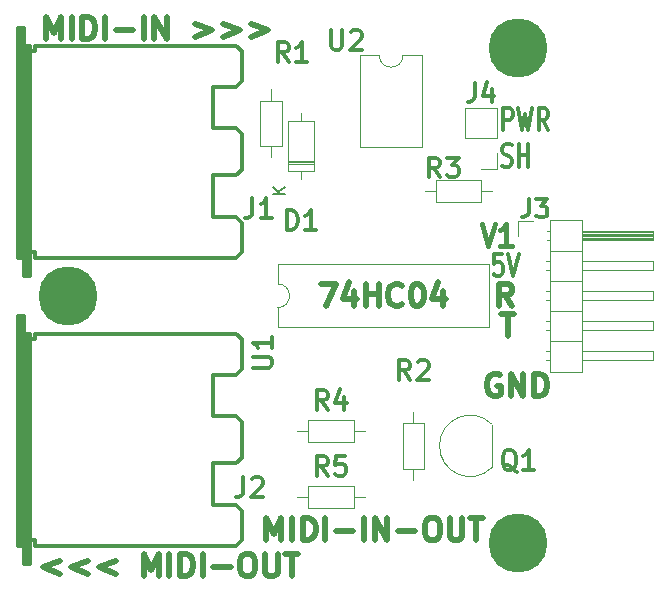
<source format=gto>
%TF.GenerationSoftware,KiCad,Pcbnew,(6.0.1)*%
%TF.CreationDate,2022-09-24T12:21:52-04:00*%
%TF.ProjectId,MIDI-IN-OUT,4d494449-2d49-44e2-9d4f-55542e6b6963,rev?*%
%TF.SameCoordinates,Original*%
%TF.FileFunction,Legend,Top*%
%TF.FilePolarity,Positive*%
%FSLAX46Y46*%
G04 Gerber Fmt 4.6, Leading zero omitted, Abs format (unit mm)*
G04 Created by KiCad (PCBNEW (6.0.1)) date 2022-09-24 12:21:52*
%MOMM*%
%LPD*%
G01*
G04 APERTURE LIST*
%ADD10C,0.476250*%
%ADD11C,0.349250*%
%ADD12C,0.412750*%
%ADD13C,0.150000*%
%ADD14C,0.120000*%
%ADD15C,0.304800*%
%ADD16C,5.000000*%
G04 APERTURE END LIST*
D10*
X91376500Y-115161785D02*
X89925071Y-115706071D01*
X91376500Y-116250357D01*
X93735071Y-115161785D02*
X92283642Y-115706071D01*
X93735071Y-116250357D01*
X96093642Y-115161785D02*
X94642214Y-115706071D01*
X96093642Y-116250357D01*
X98452214Y-116431785D02*
X98452214Y-114526785D01*
X99087214Y-115887500D01*
X99722214Y-114526785D01*
X99722214Y-116431785D01*
X100629357Y-116431785D02*
X100629357Y-114526785D01*
X101536500Y-116431785D02*
X101536500Y-114526785D01*
X101990071Y-114526785D01*
X102262214Y-114617500D01*
X102443642Y-114798928D01*
X102534357Y-114980357D01*
X102625071Y-115343214D01*
X102625071Y-115615357D01*
X102534357Y-115978214D01*
X102443642Y-116159642D01*
X102262214Y-116341071D01*
X101990071Y-116431785D01*
X101536500Y-116431785D01*
X103441500Y-116431785D02*
X103441500Y-114526785D01*
X104348642Y-115706071D02*
X105800071Y-115706071D01*
X107070071Y-114526785D02*
X107432928Y-114526785D01*
X107614357Y-114617500D01*
X107795785Y-114798928D01*
X107886500Y-115161785D01*
X107886500Y-115796785D01*
X107795785Y-116159642D01*
X107614357Y-116341071D01*
X107432928Y-116431785D01*
X107070071Y-116431785D01*
X106888642Y-116341071D01*
X106707214Y-116159642D01*
X106616500Y-115796785D01*
X106616500Y-115161785D01*
X106707214Y-114798928D01*
X106888642Y-114617500D01*
X107070071Y-114526785D01*
X108702928Y-114526785D02*
X108702928Y-116068928D01*
X108793642Y-116250357D01*
X108884357Y-116341071D01*
X109065785Y-116431785D01*
X109428642Y-116431785D01*
X109610071Y-116341071D01*
X109700785Y-116250357D01*
X109791500Y-116068928D01*
X109791500Y-114526785D01*
X110426500Y-114526785D02*
X111515071Y-114526785D01*
X110970785Y-116431785D02*
X110970785Y-114526785D01*
X90179071Y-70965785D02*
X90179071Y-69060785D01*
X90814071Y-70421500D01*
X91449071Y-69060785D01*
X91449071Y-70965785D01*
X92356214Y-70965785D02*
X92356214Y-69060785D01*
X93263357Y-70965785D02*
X93263357Y-69060785D01*
X93716928Y-69060785D01*
X93989071Y-69151500D01*
X94170500Y-69332928D01*
X94261214Y-69514357D01*
X94351928Y-69877214D01*
X94351928Y-70149357D01*
X94261214Y-70512214D01*
X94170500Y-70693642D01*
X93989071Y-70875071D01*
X93716928Y-70965785D01*
X93263357Y-70965785D01*
X95168357Y-70965785D02*
X95168357Y-69060785D01*
X96075500Y-70240071D02*
X97526928Y-70240071D01*
X98434071Y-70965785D02*
X98434071Y-69060785D01*
X99341214Y-70965785D02*
X99341214Y-69060785D01*
X100429785Y-70965785D01*
X100429785Y-69060785D01*
X102788357Y-69695785D02*
X104239785Y-70240071D01*
X102788357Y-70784357D01*
X105146928Y-69695785D02*
X106598357Y-70240071D01*
X105146928Y-70784357D01*
X107505500Y-69695785D02*
X108956928Y-70240071D01*
X107505500Y-70784357D01*
X129629580Y-93571785D02*
X128994580Y-92664642D01*
X128541008Y-93571785D02*
X128541008Y-91666785D01*
X129266723Y-91666785D01*
X129448151Y-91757500D01*
X129538866Y-91848214D01*
X129629580Y-92029642D01*
X129629580Y-92301785D01*
X129538866Y-92483214D01*
X129448151Y-92573928D01*
X129266723Y-92664642D01*
X128541008Y-92664642D01*
X128596571Y-99377500D02*
X128415142Y-99286785D01*
X128143000Y-99286785D01*
X127870857Y-99377500D01*
X127689428Y-99558928D01*
X127598714Y-99740357D01*
X127508000Y-100103214D01*
X127508000Y-100375357D01*
X127598714Y-100738214D01*
X127689428Y-100919642D01*
X127870857Y-101101071D01*
X128143000Y-101191785D01*
X128324428Y-101191785D01*
X128596571Y-101101071D01*
X128687285Y-101010357D01*
X128687285Y-100375357D01*
X128324428Y-100375357D01*
X129503714Y-101191785D02*
X129503714Y-99286785D01*
X130592285Y-101191785D01*
X130592285Y-99286785D01*
X131499428Y-101191785D02*
X131499428Y-99286785D01*
X131953000Y-99286785D01*
X132225142Y-99377500D01*
X132406571Y-99558928D01*
X132497285Y-99740357D01*
X132588000Y-100103214D01*
X132588000Y-100375357D01*
X132497285Y-100738214D01*
X132406571Y-100919642D01*
X132225142Y-101101071D01*
X131953000Y-101191785D01*
X131499428Y-101191785D01*
X128722437Y-94206785D02*
X129811008Y-94206785D01*
X129266723Y-96111785D02*
X129266723Y-94206785D01*
X108829928Y-113383785D02*
X108829928Y-111478785D01*
X109464928Y-112839500D01*
X110099928Y-111478785D01*
X110099928Y-113383785D01*
X111007071Y-113383785D02*
X111007071Y-111478785D01*
X111914214Y-113383785D02*
X111914214Y-111478785D01*
X112367785Y-111478785D01*
X112639928Y-111569500D01*
X112821357Y-111750928D01*
X112912071Y-111932357D01*
X113002785Y-112295214D01*
X113002785Y-112567357D01*
X112912071Y-112930214D01*
X112821357Y-113111642D01*
X112639928Y-113293071D01*
X112367785Y-113383785D01*
X111914214Y-113383785D01*
X113819214Y-113383785D02*
X113819214Y-111478785D01*
X114726357Y-112658071D02*
X116177785Y-112658071D01*
X117084928Y-113383785D02*
X117084928Y-111478785D01*
X117992071Y-113383785D02*
X117992071Y-111478785D01*
X119080642Y-113383785D01*
X119080642Y-111478785D01*
X119987785Y-112658071D02*
X121439214Y-112658071D01*
X122709214Y-111478785D02*
X123072071Y-111478785D01*
X123253499Y-111569500D01*
X123434928Y-111750928D01*
X123525642Y-112113785D01*
X123525642Y-112748785D01*
X123434928Y-113111642D01*
X123253499Y-113293071D01*
X123072071Y-113383785D01*
X122709214Y-113383785D01*
X122527785Y-113293071D01*
X122346357Y-113111642D01*
X122255642Y-112748785D01*
X122255642Y-112113785D01*
X122346357Y-111750928D01*
X122527785Y-111569500D01*
X122709214Y-111478785D01*
X124342071Y-111478785D02*
X124342071Y-113020928D01*
X124432785Y-113202357D01*
X124523499Y-113293071D01*
X124704928Y-113383785D01*
X125067785Y-113383785D01*
X125249214Y-113293071D01*
X125339928Y-113202357D01*
X125430642Y-113020928D01*
X125430642Y-111478785D01*
X126065642Y-111478785D02*
X127154214Y-111478785D01*
X126609928Y-113383785D02*
X126609928Y-111478785D01*
X113438214Y-91666785D02*
X114708214Y-91666785D01*
X113891785Y-93571785D01*
X116250357Y-92301785D02*
X116250357Y-93571785D01*
X115796785Y-91576071D02*
X115343214Y-92936785D01*
X116522500Y-92936785D01*
X117248214Y-93571785D02*
X117248214Y-91666785D01*
X117248214Y-92573928D02*
X118336785Y-92573928D01*
X118336785Y-93571785D02*
X118336785Y-91666785D01*
X120332500Y-93390357D02*
X120241785Y-93481071D01*
X119969642Y-93571785D01*
X119788214Y-93571785D01*
X119516071Y-93481071D01*
X119334642Y-93299642D01*
X119243928Y-93118214D01*
X119153214Y-92755357D01*
X119153214Y-92483214D01*
X119243928Y-92120357D01*
X119334642Y-91938928D01*
X119516071Y-91757500D01*
X119788214Y-91666785D01*
X119969642Y-91666785D01*
X120241785Y-91757500D01*
X120332500Y-91848214D01*
X121511785Y-91666785D02*
X121693214Y-91666785D01*
X121874642Y-91757500D01*
X121965357Y-91848214D01*
X122056071Y-92029642D01*
X122146785Y-92392500D01*
X122146785Y-92846071D01*
X122056071Y-93208928D01*
X121965357Y-93390357D01*
X121874642Y-93481071D01*
X121693214Y-93571785D01*
X121511785Y-93571785D01*
X121330357Y-93481071D01*
X121239642Y-93390357D01*
X121148928Y-93208928D01*
X121058214Y-92846071D01*
X121058214Y-92392500D01*
X121148928Y-92029642D01*
X121239642Y-91848214D01*
X121330357Y-91757500D01*
X121511785Y-91666785D01*
X123779642Y-92301785D02*
X123779642Y-93571785D01*
X123326071Y-91576071D02*
X122872500Y-92936785D01*
X124051785Y-92936785D01*
D11*
X128798939Y-89126785D02*
X128133701Y-89126785D01*
X128067177Y-90033928D01*
X128133701Y-89943214D01*
X128266749Y-89852500D01*
X128599368Y-89852500D01*
X128732416Y-89943214D01*
X128798939Y-90033928D01*
X128865463Y-90215357D01*
X128865463Y-90668928D01*
X128798939Y-90850357D01*
X128732416Y-90941071D01*
X128599368Y-91031785D01*
X128266749Y-91031785D01*
X128133701Y-90941071D01*
X128067177Y-90850357D01*
X129264606Y-89126785D02*
X129730273Y-91031785D01*
X130195939Y-89126785D01*
X128889631Y-78708260D02*
X128889631Y-76803260D01*
X129421822Y-76803260D01*
X129554869Y-76893975D01*
X129621393Y-76984689D01*
X129687917Y-77166117D01*
X129687917Y-77438260D01*
X129621393Y-77619689D01*
X129554869Y-77710403D01*
X129421822Y-77801117D01*
X128889631Y-77801117D01*
X130153583Y-76803260D02*
X130486202Y-78708260D01*
X130752298Y-77347546D01*
X131018393Y-78708260D01*
X131351012Y-76803260D01*
X132681488Y-78708260D02*
X132215822Y-77801117D01*
X131883202Y-78708260D02*
X131883202Y-76803260D01*
X132415393Y-76803260D01*
X132548441Y-76893975D01*
X132614964Y-76984689D01*
X132681488Y-77166117D01*
X132681488Y-77438260D01*
X132614964Y-77619689D01*
X132548441Y-77710403D01*
X132415393Y-77801117D01*
X131883202Y-77801117D01*
X128823107Y-81684596D02*
X129022679Y-81775310D01*
X129355298Y-81775310D01*
X129488345Y-81684596D01*
X129554869Y-81593882D01*
X129621393Y-81412453D01*
X129621393Y-81231025D01*
X129554869Y-81049596D01*
X129488345Y-80958882D01*
X129355298Y-80868167D01*
X129089202Y-80777453D01*
X128956155Y-80686739D01*
X128889631Y-80596025D01*
X128823107Y-80414596D01*
X128823107Y-80233167D01*
X128889631Y-80051739D01*
X128956155Y-79961025D01*
X129089202Y-79870310D01*
X129421822Y-79870310D01*
X129621393Y-79961025D01*
X130220107Y-81775310D02*
X130220107Y-79870310D01*
X130220107Y-80777453D02*
X131018393Y-80777453D01*
X131018393Y-81775310D02*
X131018393Y-79870310D01*
D12*
X127076426Y-86591785D02*
X127626760Y-88496785D01*
X128177093Y-86591785D01*
X129592236Y-88496785D02*
X128648807Y-88496785D01*
X129120522Y-88496785D02*
X129120522Y-86591785D01*
X128963283Y-86863928D01*
X128806045Y-87045357D01*
X128648807Y-87136071D01*
D11*
%TO.C,R5*%
X114024833Y-107934880D02*
X113474500Y-107148690D01*
X113081404Y-107934880D02*
X113081404Y-106283880D01*
X113710357Y-106283880D01*
X113867595Y-106362500D01*
X113946214Y-106441119D01*
X114024833Y-106598357D01*
X114024833Y-106834214D01*
X113946214Y-106991452D01*
X113867595Y-107070071D01*
X113710357Y-107148690D01*
X113081404Y-107148690D01*
X115518595Y-106283880D02*
X114732404Y-106283880D01*
X114653785Y-107070071D01*
X114732404Y-106991452D01*
X114889642Y-106912833D01*
X115282738Y-106912833D01*
X115439976Y-106991452D01*
X115518595Y-107070071D01*
X115597214Y-107227309D01*
X115597214Y-107620404D01*
X115518595Y-107777642D01*
X115439976Y-107856261D01*
X115282738Y-107934880D01*
X114889642Y-107934880D01*
X114732404Y-107856261D01*
X114653785Y-107777642D01*
%TO.C,J3*%
X131042833Y-84474654D02*
X131042833Y-85608583D01*
X130967238Y-85835369D01*
X130816047Y-85986559D01*
X130589261Y-86062154D01*
X130438071Y-86062154D01*
X131647595Y-84474654D02*
X132630333Y-84474654D01*
X132101166Y-85079416D01*
X132327952Y-85079416D01*
X132479142Y-85155011D01*
X132554738Y-85230607D01*
X132630333Y-85381797D01*
X132630333Y-85759773D01*
X132554738Y-85910964D01*
X132479142Y-85986559D01*
X132327952Y-86062154D01*
X131874380Y-86062154D01*
X131723190Y-85986559D01*
X131647595Y-85910964D01*
%TO.C,U2*%
X114312095Y-70215880D02*
X114312095Y-71552404D01*
X114390714Y-71709642D01*
X114469333Y-71788261D01*
X114626571Y-71866880D01*
X114941047Y-71866880D01*
X115098285Y-71788261D01*
X115176904Y-71709642D01*
X115255523Y-71552404D01*
X115255523Y-70215880D01*
X115963095Y-70373119D02*
X116041714Y-70294500D01*
X116198952Y-70215880D01*
X116592047Y-70215880D01*
X116749285Y-70294500D01*
X116827904Y-70373119D01*
X116906523Y-70530357D01*
X116906523Y-70687595D01*
X116827904Y-70923452D01*
X115884476Y-71866880D01*
X116906523Y-71866880D01*
%TO.C,R2*%
X121009833Y-99806880D02*
X120459500Y-99020690D01*
X120066404Y-99806880D02*
X120066404Y-98155880D01*
X120695357Y-98155880D01*
X120852595Y-98234500D01*
X120931214Y-98313119D01*
X121009833Y-98470357D01*
X121009833Y-98706214D01*
X120931214Y-98863452D01*
X120852595Y-98942071D01*
X120695357Y-99020690D01*
X120066404Y-99020690D01*
X121638785Y-98313119D02*
X121717404Y-98234500D01*
X121874642Y-98155880D01*
X122267738Y-98155880D01*
X122424976Y-98234500D01*
X122503595Y-98313119D01*
X122582214Y-98470357D01*
X122582214Y-98627595D01*
X122503595Y-98863452D01*
X121560166Y-99806880D01*
X122582214Y-99806880D01*
%TO.C,J1*%
X107653666Y-84439880D02*
X107653666Y-85619166D01*
X107575047Y-85855023D01*
X107417809Y-86012261D01*
X107181952Y-86090880D01*
X107024714Y-86090880D01*
X109304666Y-86090880D02*
X108361238Y-86090880D01*
X108832952Y-86090880D02*
X108832952Y-84439880D01*
X108675714Y-84675738D01*
X108518476Y-84832976D01*
X108361238Y-84911595D01*
%TO.C,D1*%
X110541404Y-87106880D02*
X110541404Y-85455880D01*
X110934500Y-85455880D01*
X111170357Y-85534500D01*
X111327595Y-85691738D01*
X111406214Y-85848976D01*
X111484833Y-86163452D01*
X111484833Y-86399309D01*
X111406214Y-86713785D01*
X111327595Y-86871023D01*
X111170357Y-87028261D01*
X110934500Y-87106880D01*
X110541404Y-87106880D01*
X113057214Y-87106880D02*
X112113785Y-87106880D01*
X112585500Y-87106880D02*
X112585500Y-85455880D01*
X112428261Y-85691738D01*
X112271023Y-85848976D01*
X112113785Y-85927595D01*
D13*
X110412380Y-84081904D02*
X109412380Y-84081904D01*
X110412380Y-83510476D02*
X109840952Y-83939047D01*
X109412380Y-83510476D02*
X109983809Y-84081904D01*
D11*
%TO.C,U1*%
X107680880Y-98793904D02*
X109017404Y-98793904D01*
X109174642Y-98715285D01*
X109253261Y-98636666D01*
X109331880Y-98479428D01*
X109331880Y-98164952D01*
X109253261Y-98007714D01*
X109174642Y-97929095D01*
X109017404Y-97850476D01*
X107680880Y-97850476D01*
X109331880Y-96199476D02*
X109331880Y-97142904D01*
X109331880Y-96671190D02*
X107680880Y-96671190D01*
X107916738Y-96828428D01*
X108073976Y-96985666D01*
X108152595Y-97142904D01*
%TO.C,R3*%
X123549833Y-82661880D02*
X122999500Y-81875690D01*
X122606404Y-82661880D02*
X122606404Y-81010880D01*
X123235357Y-81010880D01*
X123392595Y-81089500D01*
X123471214Y-81168119D01*
X123549833Y-81325357D01*
X123549833Y-81561214D01*
X123471214Y-81718452D01*
X123392595Y-81797071D01*
X123235357Y-81875690D01*
X122606404Y-81875690D01*
X124100166Y-81010880D02*
X125122214Y-81010880D01*
X124571880Y-81639833D01*
X124807738Y-81639833D01*
X124964976Y-81718452D01*
X125043595Y-81797071D01*
X125122214Y-81954309D01*
X125122214Y-82347404D01*
X125043595Y-82504642D01*
X124964976Y-82583261D01*
X124807738Y-82661880D01*
X124336023Y-82661880D01*
X124178785Y-82583261D01*
X124100166Y-82504642D01*
%TO.C,Q1*%
X130017761Y-107584119D02*
X129860523Y-107505500D01*
X129703285Y-107348261D01*
X129467428Y-107112404D01*
X129310190Y-107033785D01*
X129152952Y-107033785D01*
X129231571Y-107426880D02*
X129074333Y-107348261D01*
X128917095Y-107191023D01*
X128838476Y-106876547D01*
X128838476Y-106326214D01*
X128917095Y-106011738D01*
X129074333Y-105854500D01*
X129231571Y-105775880D01*
X129546047Y-105775880D01*
X129703285Y-105854500D01*
X129860523Y-106011738D01*
X129939142Y-106326214D01*
X129939142Y-106876547D01*
X129860523Y-107191023D01*
X129703285Y-107348261D01*
X129546047Y-107426880D01*
X129231571Y-107426880D01*
X131511523Y-107426880D02*
X130568095Y-107426880D01*
X131039809Y-107426880D02*
X131039809Y-105775880D01*
X130882571Y-106011738D01*
X130725333Y-106168976D01*
X130568095Y-106247595D01*
%TO.C,R1*%
X110722833Y-72882880D02*
X110172500Y-72096690D01*
X109779404Y-72882880D02*
X109779404Y-71231880D01*
X110408357Y-71231880D01*
X110565595Y-71310500D01*
X110644214Y-71389119D01*
X110722833Y-71546357D01*
X110722833Y-71782214D01*
X110644214Y-71939452D01*
X110565595Y-72018071D01*
X110408357Y-72096690D01*
X109779404Y-72096690D01*
X112295214Y-72882880D02*
X111351785Y-72882880D01*
X111823500Y-72882880D02*
X111823500Y-71231880D01*
X111666261Y-71467738D01*
X111509023Y-71624976D01*
X111351785Y-71703595D01*
%TO.C,J2*%
X106891666Y-108061880D02*
X106891666Y-109241166D01*
X106813047Y-109477023D01*
X106655809Y-109634261D01*
X106419952Y-109712880D01*
X106262714Y-109712880D01*
X107599238Y-108219119D02*
X107677857Y-108140500D01*
X107835095Y-108061880D01*
X108228190Y-108061880D01*
X108385428Y-108140500D01*
X108464047Y-108219119D01*
X108542666Y-108376357D01*
X108542666Y-108533595D01*
X108464047Y-108769452D01*
X107520619Y-109712880D01*
X108542666Y-109712880D01*
%TO.C,R4*%
X114024833Y-102346880D02*
X113474500Y-101560690D01*
X113081404Y-102346880D02*
X113081404Y-100695880D01*
X113710357Y-100695880D01*
X113867595Y-100774500D01*
X113946214Y-100853119D01*
X114024833Y-101010357D01*
X114024833Y-101246214D01*
X113946214Y-101403452D01*
X113867595Y-101482071D01*
X113710357Y-101560690D01*
X113081404Y-101560690D01*
X115439976Y-101246214D02*
X115439976Y-102346880D01*
X115046880Y-100617261D02*
X114653785Y-101796547D01*
X115675833Y-101796547D01*
%TO.C,J4*%
X126470833Y-74695654D02*
X126470833Y-75829583D01*
X126395238Y-76056369D01*
X126244047Y-76207559D01*
X126017261Y-76283154D01*
X125866071Y-76283154D01*
X127907142Y-75224821D02*
X127907142Y-76283154D01*
X127529166Y-74620059D02*
X127151190Y-75753988D01*
X128133928Y-75753988D01*
D14*
%TO.C,R5*%
X117170000Y-109728000D02*
X116220000Y-109728000D01*
X112380000Y-110648000D02*
X116220000Y-110648000D01*
X116220000Y-108808000D02*
X112380000Y-108808000D01*
X116220000Y-110648000D02*
X116220000Y-108808000D01*
X111430000Y-109728000D02*
X112380000Y-109728000D01*
X112380000Y-108808000D02*
X112380000Y-110648000D01*
%TO.C,J3*%
X130175000Y-87635000D02*
X130175000Y-86365000D01*
X132487929Y-90555000D02*
X132885000Y-90555000D01*
X132487929Y-98175000D02*
X132885000Y-98175000D01*
X132487929Y-93095000D02*
X132885000Y-93095000D01*
X132885000Y-99125000D02*
X135545000Y-99125000D01*
X141545000Y-97415000D02*
X141545000Y-98175000D01*
X141545000Y-87255000D02*
X141545000Y-88015000D01*
X132885000Y-91445000D02*
X135545000Y-91445000D01*
X135545000Y-92335000D02*
X141545000Y-92335000D01*
X135545000Y-89795000D02*
X141545000Y-89795000D01*
X132555000Y-87255000D02*
X132885000Y-87255000D01*
X135545000Y-87255000D02*
X141545000Y-87255000D01*
X135545000Y-99125000D02*
X135545000Y-86305000D01*
X135545000Y-97415000D02*
X141545000Y-97415000D01*
X135545000Y-86305000D02*
X132885000Y-86305000D01*
X135545000Y-87675000D02*
X141545000Y-87675000D01*
X130175000Y-86365000D02*
X131445000Y-86365000D01*
X135545000Y-87795000D02*
X141545000Y-87795000D01*
X132487929Y-92335000D02*
X132885000Y-92335000D01*
X135545000Y-87435000D02*
X141545000Y-87435000D01*
X135545000Y-87555000D02*
X141545000Y-87555000D01*
X132885000Y-86305000D02*
X132885000Y-99125000D01*
X135545000Y-87915000D02*
X141545000Y-87915000D01*
X132885000Y-96525000D02*
X135545000Y-96525000D01*
X132487929Y-89795000D02*
X132885000Y-89795000D01*
X141545000Y-88015000D02*
X135545000Y-88015000D01*
X141545000Y-93095000D02*
X135545000Y-93095000D01*
X132885000Y-93985000D02*
X135545000Y-93985000D01*
X135545000Y-87315000D02*
X141545000Y-87315000D01*
X132885000Y-88905000D02*
X135545000Y-88905000D01*
X132487929Y-94875000D02*
X132885000Y-94875000D01*
X132487929Y-95635000D02*
X132885000Y-95635000D01*
X135545000Y-94875000D02*
X141545000Y-94875000D01*
X132555000Y-88015000D02*
X132885000Y-88015000D01*
X141545000Y-89795000D02*
X141545000Y-90555000D01*
X141545000Y-98175000D02*
X135545000Y-98175000D01*
X141545000Y-95635000D02*
X135545000Y-95635000D01*
X141545000Y-90555000D02*
X135545000Y-90555000D01*
X141545000Y-92335000D02*
X141545000Y-93095000D01*
X132487929Y-97415000D02*
X132885000Y-97415000D01*
X141545000Y-94875000D02*
X141545000Y-95635000D01*
%TO.C,U2*%
X118390000Y-72345000D02*
X116740000Y-72345000D01*
X122040000Y-72345000D02*
X120390000Y-72345000D01*
X116740000Y-80085000D02*
X122040000Y-80085000D01*
X116740000Y-72345000D02*
X116740000Y-80085000D01*
X122040000Y-80085000D02*
X122040000Y-72345000D01*
X118390000Y-72345000D02*
G75*
G03*
X120390000Y-72345000I1000000J0D01*
G01*
%TO.C,R2*%
X120365000Y-103490000D02*
X120365000Y-107330000D01*
X120365000Y-107330000D02*
X122205000Y-107330000D01*
X122205000Y-107330000D02*
X122205000Y-103490000D01*
X121285000Y-108280000D02*
X121285000Y-107330000D01*
X121285000Y-102540000D02*
X121285000Y-103490000D01*
X122205000Y-103490000D02*
X120365000Y-103490000D01*
D15*
%TO.C,J1*%
X106281220Y-82516980D02*
X104282240Y-82516980D01*
X106781600Y-79016860D02*
X106781600Y-82019140D01*
X106781600Y-79016860D02*
X106281220Y-78519020D01*
X88031320Y-70017640D02*
X88031320Y-89517220D01*
X106281220Y-89517220D02*
X89281000Y-89517220D01*
X87782400Y-70017640D02*
X88282780Y-70017640D01*
X88282780Y-89517220D02*
X88282780Y-71518780D01*
X106281220Y-75018900D02*
X104282240Y-75018900D01*
X89281000Y-72019160D02*
X88783160Y-72019160D01*
X106281220Y-86017100D02*
X104282240Y-86017100D01*
X106781600Y-87017860D02*
X106781600Y-86517480D01*
X106281220Y-89517220D02*
X106781600Y-89016840D01*
X88282780Y-91018360D02*
X88282780Y-89517220D01*
X106781600Y-82019140D02*
X106281220Y-82516980D01*
X87782400Y-89517220D02*
X87782400Y-70017640D01*
X89281000Y-71518780D02*
X89281000Y-72019160D01*
X88282780Y-70017640D02*
X88282780Y-71518780D01*
X89281000Y-89517220D02*
X89281000Y-89016840D01*
X88531700Y-71518780D02*
X88531700Y-91018360D01*
X88783160Y-71518780D02*
X88783160Y-91018360D01*
X88783160Y-89016840D02*
X89281000Y-89016840D01*
X104282240Y-75018900D02*
X104282240Y-78519020D01*
X106781600Y-72019160D02*
X106781600Y-74518520D01*
X104282240Y-86017100D02*
X104282240Y-82516980D01*
X88282780Y-71518780D02*
X88783160Y-71518780D01*
X106281220Y-78519020D02*
X104282240Y-78519020D01*
X106281220Y-71518780D02*
X89281000Y-71518780D01*
X106781600Y-89016840D02*
X106781600Y-87017860D01*
X106281220Y-71518780D02*
X106781600Y-72019160D01*
X88282780Y-89517220D02*
X87782400Y-89517220D01*
X106781600Y-74518520D02*
X106281220Y-75018900D01*
X106781600Y-86517480D02*
X106281220Y-86017100D01*
X88783160Y-91018360D02*
X88282780Y-91018360D01*
D14*
%TO.C,D1*%
X110640000Y-82130000D02*
X112880000Y-82130000D01*
X112880000Y-82130000D02*
X112880000Y-77890000D01*
X110640000Y-81530000D02*
X112880000Y-81530000D01*
X110640000Y-77890000D02*
X110640000Y-82130000D01*
X111760000Y-82780000D02*
X111760000Y-82130000D01*
X112880000Y-77890000D02*
X110640000Y-77890000D01*
X110640000Y-81290000D02*
X112880000Y-81290000D01*
X110640000Y-81410000D02*
X112880000Y-81410000D01*
X111760000Y-77240000D02*
X111760000Y-77890000D01*
%TO.C,U1*%
X127690000Y-90050000D02*
X109790000Y-90050000D01*
X109790000Y-95350000D02*
X127690000Y-95350000D01*
X109790000Y-93700000D02*
X109790000Y-95350000D01*
X109790000Y-90050000D02*
X109790000Y-91700000D01*
X127690000Y-95350000D02*
X127690000Y-90050000D01*
X109790000Y-93700000D02*
G75*
G03*
X109790000Y-91700000I0J1000000D01*
G01*
%TO.C,R3*%
X127965000Y-83820000D02*
X127015000Y-83820000D01*
X127015000Y-82900000D02*
X123175000Y-82900000D01*
X127015000Y-84740000D02*
X127015000Y-82900000D01*
X123175000Y-82900000D02*
X123175000Y-84740000D01*
X122225000Y-83820000D02*
X123175000Y-83820000D01*
X123175000Y-84740000D02*
X127015000Y-84740000D01*
%TO.C,Q1*%
X127940000Y-107210000D02*
X127940000Y-103610000D01*
X127928478Y-103571522D02*
G75*
G03*
X123490000Y-105410000I-1838478J-1838478D01*
G01*
X123489999Y-105410000D02*
G75*
G03*
X127928478Y-107248478I2600001J0D01*
G01*
%TO.C,R1*%
X109220000Y-75235000D02*
X109220000Y-76185000D01*
X110140000Y-80025000D02*
X110140000Y-76185000D01*
X108300000Y-80025000D02*
X110140000Y-80025000D01*
X110140000Y-76185000D02*
X108300000Y-76185000D01*
X108300000Y-76185000D02*
X108300000Y-80025000D01*
X109220000Y-80975000D02*
X109220000Y-80025000D01*
D15*
%TO.C,J2*%
X88282780Y-115402360D02*
X88282780Y-113901220D01*
X88282780Y-94401640D02*
X88282780Y-95902780D01*
X106281220Y-95902780D02*
X89281000Y-95902780D01*
X89281000Y-113901220D02*
X89281000Y-113400840D01*
X87782400Y-94401640D02*
X88282780Y-94401640D01*
X106781600Y-98902520D02*
X106281220Y-99402900D01*
X88783160Y-115402360D02*
X88282780Y-115402360D01*
X106781600Y-106403140D02*
X106281220Y-106900980D01*
X88282780Y-113901220D02*
X88282780Y-95902780D01*
X106281220Y-113901220D02*
X89281000Y-113901220D01*
X88282780Y-113901220D02*
X87782400Y-113901220D01*
X106781600Y-111401860D02*
X106781600Y-110901480D01*
X106281220Y-110401100D02*
X104282240Y-110401100D01*
X106281220Y-95902780D02*
X106781600Y-96403160D01*
X88282780Y-95902780D02*
X88783160Y-95902780D01*
X88783160Y-113400840D02*
X89281000Y-113400840D01*
X89281000Y-95902780D02*
X89281000Y-96403160D01*
X106281220Y-99402900D02*
X104282240Y-99402900D01*
X106281220Y-113901220D02*
X106781600Y-113400840D01*
X106281220Y-106900980D02*
X104282240Y-106900980D01*
X106781600Y-110901480D02*
X106281220Y-110401100D01*
X106781600Y-113400840D02*
X106781600Y-111401860D01*
X106781600Y-103400860D02*
X106781600Y-106403140D01*
X104282240Y-99402900D02*
X104282240Y-102903020D01*
X88783160Y-95902780D02*
X88783160Y-115402360D01*
X87782400Y-113901220D02*
X87782400Y-94401640D01*
X89281000Y-96403160D02*
X88783160Y-96403160D01*
X106781600Y-103400860D02*
X106281220Y-102903020D01*
X106781600Y-96403160D02*
X106781600Y-98902520D01*
X88031320Y-94401640D02*
X88031320Y-113901220D01*
X88531700Y-95902780D02*
X88531700Y-115402360D01*
X106281220Y-102903020D02*
X104282240Y-102903020D01*
X104282240Y-110401100D02*
X104282240Y-106900980D01*
D14*
%TO.C,R4*%
X112380000Y-105060000D02*
X116220000Y-105060000D01*
X112380000Y-103220000D02*
X112380000Y-105060000D01*
X111430000Y-104140000D02*
X112380000Y-104140000D01*
X116220000Y-105060000D02*
X116220000Y-103220000D01*
X117170000Y-104140000D02*
X116220000Y-104140000D01*
X116220000Y-103220000D02*
X112380000Y-103220000D01*
%TO.C,J4*%
X125670000Y-79380000D02*
X125670000Y-76780000D01*
X128330000Y-76780000D02*
X125670000Y-76780000D01*
X128330000Y-79380000D02*
X128330000Y-76780000D01*
X128330000Y-79380000D02*
X125670000Y-79380000D01*
X128330000Y-80650000D02*
X128330000Y-81980000D01*
X128330000Y-81980000D02*
X127000000Y-81980000D01*
%TD*%
D16*
%TO.C,MTG1*%
X130175000Y-71755000D03*
%TD*%
%TO.C,MTG2*%
X130175000Y-113665000D03*
%TD*%
%TO.C,MTG3*%
X92075000Y-92710000D03*
%TD*%
M02*

</source>
